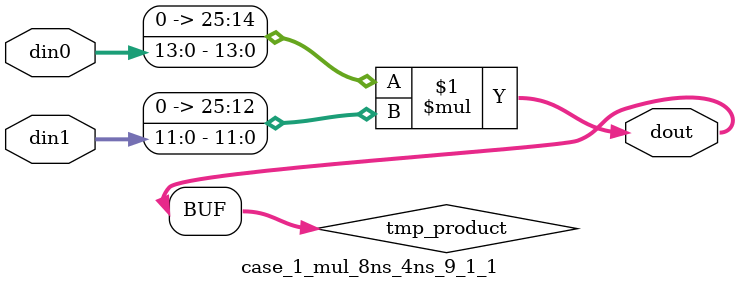
<source format=v>

`timescale 1 ns / 1 ps

 (* use_dsp = "no" *)  module case_1_mul_8ns_4ns_9_1_1(din0, din1, dout);
parameter ID = 1;
parameter NUM_STAGE = 0;
parameter din0_WIDTH = 14;
parameter din1_WIDTH = 12;
parameter dout_WIDTH = 26;

input [din0_WIDTH - 1 : 0] din0; 
input [din1_WIDTH - 1 : 0] din1; 
output [dout_WIDTH - 1 : 0] dout;

wire signed [dout_WIDTH - 1 : 0] tmp_product;
























assign tmp_product = $signed({1'b0, din0}) * $signed({1'b0, din1});











assign dout = tmp_product;





















endmodule

</source>
